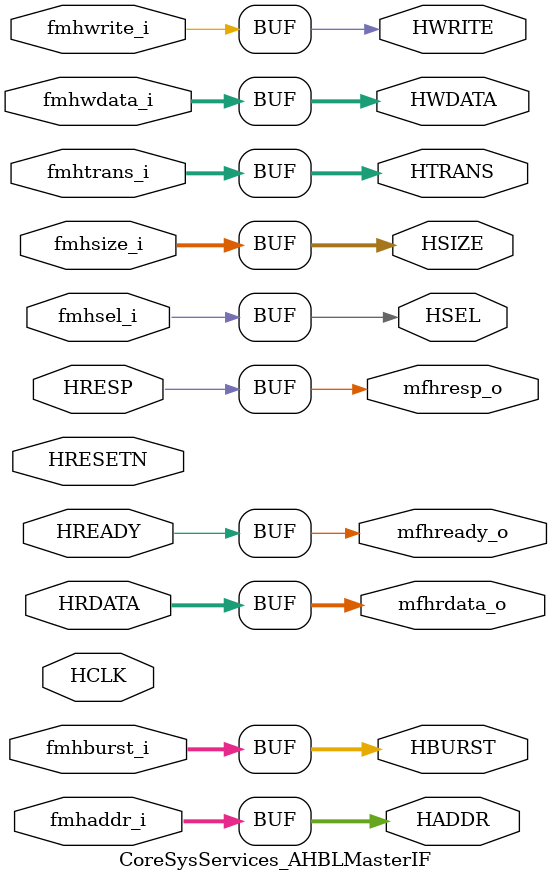
<source format=v>
`timescale 1 ns/10 ps   
 
 
module CoreSysServices_AHBLMasterIF (   
                        // AHBL Master IF   
                        HCLK,   
                        HRESETN,   
                        HSEL,   
                        HADDR,   
                        HWRITE,   
                        HWDATA,   
                        HTRANS,   
                        HBURST,   
                        HSIZE,   
                        HRESP,   
                        HREADY,   
                        HRDATA,   
                        // Backend IF from FSM Control logic
                        fmhsel_i,
                        fmhtrans_i,  
                        fmhwrite_i,  
                        fmhsize_i,  
                        fmhburst_i,  
                        fmhaddr_i,  
                        fmhwdata_i,
                        mfhready_o,  
                        mfhresp_o,  
                        mfhrdata_o  
                        
                        );   
   
   //------------------------------------------------------------------------------   
   // Parameter declarations   
   //------------------------------------------------------------------------------   
   localparam AHB_AWIDTH      = 32;   
   localparam AHB_DWIDTH      = 32;   
   
   //------------------------------------------------------------------------------   
   // Port declarations   
   //------------------------------------------------------------------------------   
   
   // -----------   
   // Inputs   
   // -----------   
   // AHBL Master IF   
   input                    HCLK;   
   input                    HRESETN;   
   input                    HREADY;   
   input [AHB_DWIDTH - 1:0] HRDATA;   
   input                    HRESP;   
   // Backend IF
   input                    fmhsel_i;             // hsel input   
   input [1:0]              fmhtrans_i;           // type of current transfer  
   input                    fmhwrite_i;           // type of current transfer  
   // (NONSEQ,SEQ,IDLE,BUSY)  
   input [2:0]              fmhsize_i;            // size of current transfer  
   input [2:0]              fmhburst_i;           // Burst type  
   input [31:0]             fmhaddr_i;            // Address in onto AHB for Rd/Wr     
   input [31:0]             fmhwdata_i;           // Write data in to AHB for Rx   
   

   // -----------  
   // Outputs  
   // -----------  
   
   // AHBL Master IF   
   output                    HSEL;   
   output [AHB_AWIDTH - 1:0] HADDR;   
   output                    HWRITE;   
   output [AHB_DWIDTH - 1:0] HWDATA;   
   output [1:0]              HTRANS;   
   output [2:0]              HBURST;   
   output [2:0]              HSIZE;   
   

   // Backend IF      
   output                    mfhresp_o;          // transfer response from AHB Slave  
                                                 // (OKAY,ERROR)  
   output [31:0]             mfhrdata_o;         // Read data from AHB  
   output                    mfhready_o;         // Ready from AHB
   
   // -----------------  
   // Internal signals  
   // -----------------  
   wire                      HSEL;   
   wire [AHB_AWIDTH - 1:0]   HADDR;   
   wire                      HWRITE;   
   wire [AHB_DWIDTH - 1:0]   HWDATA;   
   wire [1:0]                HTRANS;   
   wire [2:0]                HBURST;   
   wire [2:0]                HSIZE;   
   
   wire [AHB_DWIDTH - 1:0]   mfhrdata_o;    
   wire                      mfhresp_o;
   wire                      mfhready_o;
   
   //////////////////////////////////////////////////////////////////////////////  
   //                           Start-of-Code                                  //  
   //////////////////////////////////////////////////////////////////////////////  
   
   assign                    HSEL       = fmhsel_i;
   assign                    HADDR      = fmhaddr_i;
   assign                    HWRITE     = fmhwrite_i;
   assign                    HWDATA     = fmhwdata_i;
   assign                    HTRANS     = fmhtrans_i;
   assign                    HBURST     = fmhburst_i;       
   assign                    HSIZE      = fmhsize_i;
   assign                    mfhresp_o  = HRESP;
   assign                    mfhrdata_o = HRDATA;
   assign                    mfhready_o = HREADY;   

endmodule // AHBLMasterIF


</source>
